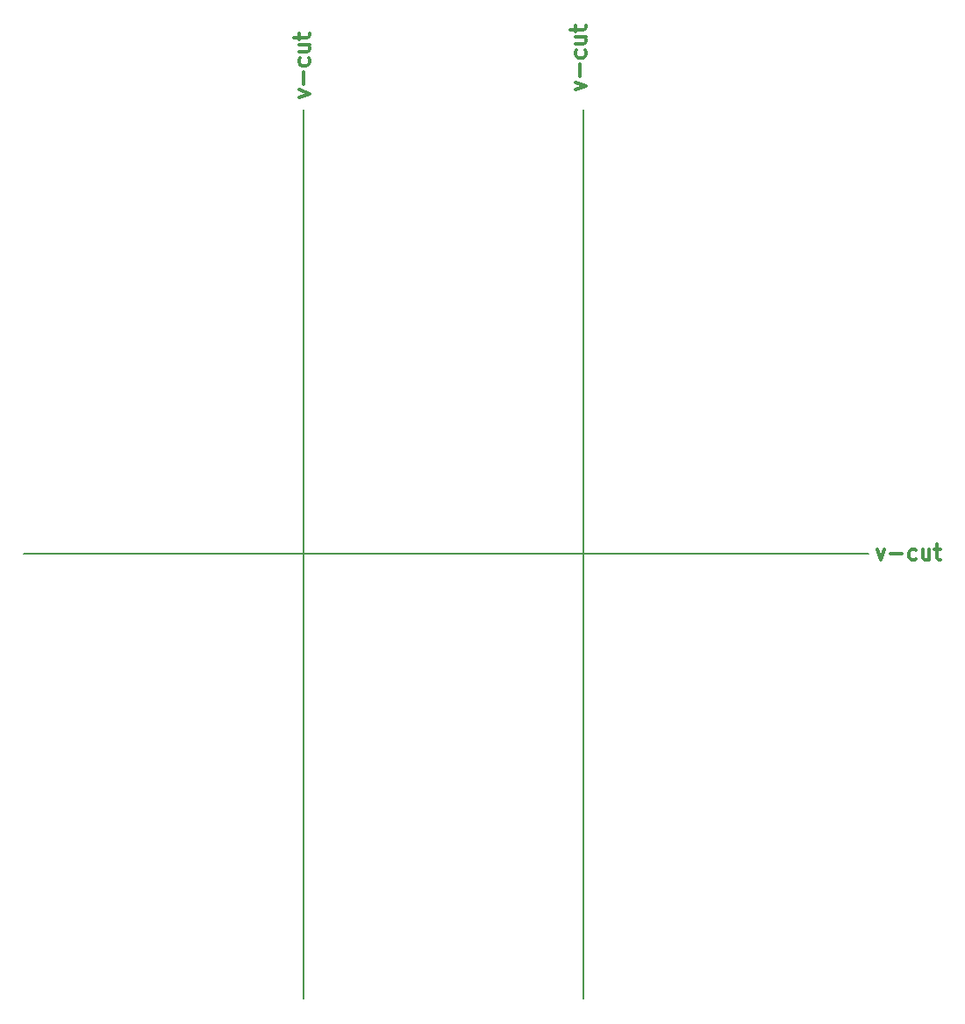
<source format=gbr>
G04 #@! TF.FileFunction,Other,User*
%FSLAX46Y46*%
G04 Gerber Fmt 4.6, Leading zero omitted, Abs format (unit mm)*
G04 Created by KiCad (PCBNEW 4.0.6-e0-6349~52~ubuntu16.10.1) date Sat Apr 29 12:35:10 2017*
%MOMM*%
%LPD*%
G01*
G04 APERTURE LIST*
%ADD10C,0.100000*%
%ADD11C,0.300000*%
%ADD12C,0.200000*%
G04 APERTURE END LIST*
D10*
D11*
X213028571Y-55935714D02*
X214028571Y-55578571D01*
X213028571Y-55221429D01*
X213457143Y-54650000D02*
X213457143Y-53507143D01*
X213957143Y-52150000D02*
X214028571Y-52292857D01*
X214028571Y-52578571D01*
X213957143Y-52721429D01*
X213885714Y-52792857D01*
X213742857Y-52864286D01*
X213314286Y-52864286D01*
X213171429Y-52792857D01*
X213100000Y-52721429D01*
X213028571Y-52578571D01*
X213028571Y-52292857D01*
X213100000Y-52150000D01*
X213028571Y-50864286D02*
X214028571Y-50864286D01*
X213028571Y-51507143D02*
X213814286Y-51507143D01*
X213957143Y-51435715D01*
X214028571Y-51292857D01*
X214028571Y-51078572D01*
X213957143Y-50935715D01*
X213885714Y-50864286D01*
X213028571Y-50364286D02*
X213028571Y-49792857D01*
X212528571Y-50150000D02*
X213814286Y-50150000D01*
X213957143Y-50078572D01*
X214028571Y-49935714D01*
X214028571Y-49792857D01*
X239728571Y-55185714D02*
X240728571Y-54828571D01*
X239728571Y-54471429D01*
X240157143Y-53900000D02*
X240157143Y-52757143D01*
X240657143Y-51400000D02*
X240728571Y-51542857D01*
X240728571Y-51828571D01*
X240657143Y-51971429D01*
X240585714Y-52042857D01*
X240442857Y-52114286D01*
X240014286Y-52114286D01*
X239871429Y-52042857D01*
X239800000Y-51971429D01*
X239728571Y-51828571D01*
X239728571Y-51542857D01*
X239800000Y-51400000D01*
X239728571Y-50114286D02*
X240728571Y-50114286D01*
X239728571Y-50757143D02*
X240514286Y-50757143D01*
X240657143Y-50685715D01*
X240728571Y-50542857D01*
X240728571Y-50328572D01*
X240657143Y-50185715D01*
X240585714Y-50114286D01*
X239728571Y-49614286D02*
X239728571Y-49042857D01*
X239228571Y-49400000D02*
X240514286Y-49400000D01*
X240657143Y-49328572D01*
X240728571Y-49185714D01*
X240728571Y-49042857D01*
X268814286Y-99578571D02*
X269171429Y-100578571D01*
X269528571Y-99578571D01*
X270100000Y-100007143D02*
X271242857Y-100007143D01*
X272600000Y-100507143D02*
X272457143Y-100578571D01*
X272171429Y-100578571D01*
X272028571Y-100507143D01*
X271957143Y-100435714D01*
X271885714Y-100292857D01*
X271885714Y-99864286D01*
X271957143Y-99721429D01*
X272028571Y-99650000D01*
X272171429Y-99578571D01*
X272457143Y-99578571D01*
X272600000Y-99650000D01*
X273885714Y-99578571D02*
X273885714Y-100578571D01*
X273242857Y-99578571D02*
X273242857Y-100364286D01*
X273314285Y-100507143D01*
X273457143Y-100578571D01*
X273671428Y-100578571D01*
X273814285Y-100507143D01*
X273885714Y-100435714D01*
X274385714Y-99578571D02*
X274957143Y-99578571D01*
X274600000Y-99078571D02*
X274600000Y-100364286D01*
X274671428Y-100507143D01*
X274814286Y-100578571D01*
X274957143Y-100578571D01*
D12*
X240500000Y-57100000D02*
X240500000Y-142900000D01*
X186500000Y-100000000D02*
X268000000Y-100000000D01*
X213500000Y-57100000D02*
X213500000Y-142900000D01*
M02*

</source>
